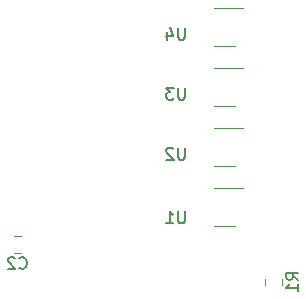
<source format=gbr>
G04 #@! TF.GenerationSoftware,KiCad,Pcbnew,(5.1.4)-1*
G04 #@! TF.CreationDate,2020-03-09T15:05:49+03:00*
G04 #@! TF.ProjectId,L293,4c323933-2e6b-4696-9361-645f70636258,rev?*
G04 #@! TF.SameCoordinates,Original*
G04 #@! TF.FileFunction,Legend,Bot*
G04 #@! TF.FilePolarity,Positive*
%FSLAX46Y46*%
G04 Gerber Fmt 4.6, Leading zero omitted, Abs format (unit mm)*
G04 Created by KiCad (PCBNEW (5.1.4)-1) date 2020-03-09 15:05:49*
%MOMM*%
%LPD*%
G04 APERTURE LIST*
%ADD10C,0.120000*%
%ADD11C,0.150000*%
G04 APERTURE END LIST*
D10*
X119622500Y-85986252D02*
X119622500Y-85463748D01*
X121042500Y-85986252D02*
X121042500Y-85463748D01*
X98408748Y-81840000D02*
X98931252Y-81840000D01*
X98408748Y-83260000D02*
X98931252Y-83260000D01*
X117105000Y-80985000D02*
X115305000Y-80985000D01*
X115305000Y-77765000D02*
X117755000Y-77765000D01*
X115305000Y-72685000D02*
X117755000Y-72685000D01*
X117105000Y-75905000D02*
X115305000Y-75905000D01*
X115305000Y-67605000D02*
X117755000Y-67605000D01*
X117105000Y-70825000D02*
X115305000Y-70825000D01*
X117105000Y-65745000D02*
X115305000Y-65745000D01*
X115305000Y-62525000D02*
X117755000Y-62525000D01*
D11*
X122434880Y-85558333D02*
X121958690Y-85225000D01*
X122434880Y-84986904D02*
X121434880Y-84986904D01*
X121434880Y-85367857D01*
X121482500Y-85463095D01*
X121530119Y-85510714D01*
X121625357Y-85558333D01*
X121768214Y-85558333D01*
X121863452Y-85510714D01*
X121911071Y-85463095D01*
X121958690Y-85367857D01*
X121958690Y-84986904D01*
X122434880Y-86510714D02*
X122434880Y-85939285D01*
X122434880Y-86225000D02*
X121434880Y-86225000D01*
X121577738Y-86129761D01*
X121672976Y-86034523D01*
X121720595Y-85939285D01*
X98836666Y-84557142D02*
X98884285Y-84604761D01*
X99027142Y-84652380D01*
X99122380Y-84652380D01*
X99265238Y-84604761D01*
X99360476Y-84509523D01*
X99408095Y-84414285D01*
X99455714Y-84223809D01*
X99455714Y-84080952D01*
X99408095Y-83890476D01*
X99360476Y-83795238D01*
X99265238Y-83700000D01*
X99122380Y-83652380D01*
X99027142Y-83652380D01*
X98884285Y-83700000D01*
X98836666Y-83747619D01*
X98455714Y-83747619D02*
X98408095Y-83700000D01*
X98312857Y-83652380D01*
X98074761Y-83652380D01*
X97979523Y-83700000D01*
X97931904Y-83747619D01*
X97884285Y-83842857D01*
X97884285Y-83938095D01*
X97931904Y-84080952D01*
X98503333Y-84652380D01*
X97884285Y-84652380D01*
X112839404Y-79779880D02*
X112839404Y-80589404D01*
X112791785Y-80684642D01*
X112744166Y-80732261D01*
X112648928Y-80779880D01*
X112458452Y-80779880D01*
X112363214Y-80732261D01*
X112315595Y-80684642D01*
X112267976Y-80589404D01*
X112267976Y-79779880D01*
X111267976Y-80779880D02*
X111839404Y-80779880D01*
X111553690Y-80779880D02*
X111553690Y-79779880D01*
X111648928Y-79922738D01*
X111744166Y-80017976D01*
X111839404Y-80065595D01*
X112839404Y-74382380D02*
X112839404Y-75191904D01*
X112791785Y-75287142D01*
X112744166Y-75334761D01*
X112648928Y-75382380D01*
X112458452Y-75382380D01*
X112363214Y-75334761D01*
X112315595Y-75287142D01*
X112267976Y-75191904D01*
X112267976Y-74382380D01*
X111839404Y-74477619D02*
X111791785Y-74430000D01*
X111696547Y-74382380D01*
X111458452Y-74382380D01*
X111363214Y-74430000D01*
X111315595Y-74477619D01*
X111267976Y-74572857D01*
X111267976Y-74668095D01*
X111315595Y-74810952D01*
X111887023Y-75382380D01*
X111267976Y-75382380D01*
X112839404Y-69302380D02*
X112839404Y-70111904D01*
X112791785Y-70207142D01*
X112744166Y-70254761D01*
X112648928Y-70302380D01*
X112458452Y-70302380D01*
X112363214Y-70254761D01*
X112315595Y-70207142D01*
X112267976Y-70111904D01*
X112267976Y-69302380D01*
X111887023Y-69302380D02*
X111267976Y-69302380D01*
X111601309Y-69683333D01*
X111458452Y-69683333D01*
X111363214Y-69730952D01*
X111315595Y-69778571D01*
X111267976Y-69873809D01*
X111267976Y-70111904D01*
X111315595Y-70207142D01*
X111363214Y-70254761D01*
X111458452Y-70302380D01*
X111744166Y-70302380D01*
X111839404Y-70254761D01*
X111887023Y-70207142D01*
X112839404Y-64222380D02*
X112839404Y-65031904D01*
X112791785Y-65127142D01*
X112744166Y-65174761D01*
X112648928Y-65222380D01*
X112458452Y-65222380D01*
X112363214Y-65174761D01*
X112315595Y-65127142D01*
X112267976Y-65031904D01*
X112267976Y-64222380D01*
X111363214Y-64555714D02*
X111363214Y-65222380D01*
X111601309Y-64174761D02*
X111839404Y-64889047D01*
X111220357Y-64889047D01*
M02*

</source>
